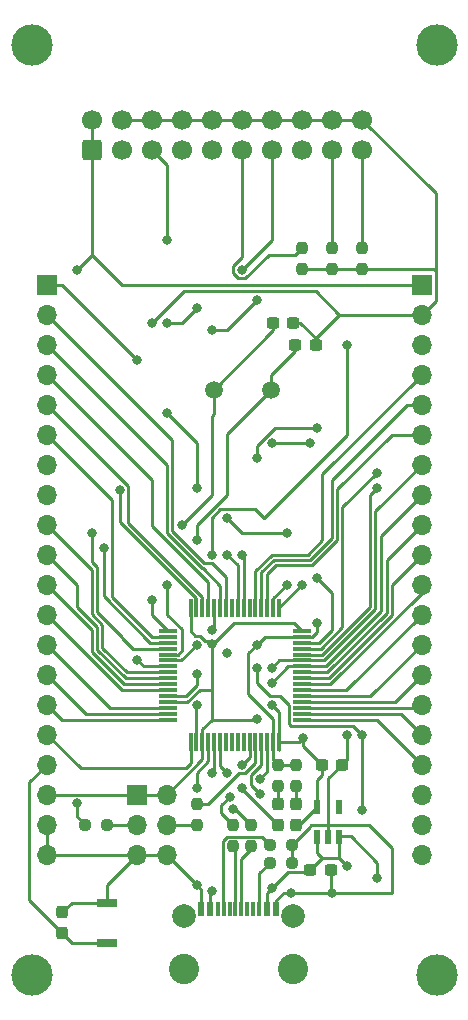
<source format=gbr>
%TF.GenerationSoftware,KiCad,Pcbnew,7.0.7*%
%TF.CreationDate,2023-10-13T19:36:10+09:00*%
%TF.ProjectId,STM32F103_dev_board,53544d33-3246-4313-9033-5f6465765f62,1.1.0*%
%TF.SameCoordinates,Original*%
%TF.FileFunction,Copper,L1,Top*%
%TF.FilePolarity,Positive*%
%FSLAX46Y46*%
G04 Gerber Fmt 4.6, Leading zero omitted, Abs format (unit mm)*
G04 Created by KiCad (PCBNEW 7.0.7) date 2023-10-13 19:36:10*
%MOMM*%
%LPD*%
G01*
G04 APERTURE LIST*
G04 Aperture macros list*
%AMRoundRect*
0 Rectangle with rounded corners*
0 $1 Rounding radius*
0 $2 $3 $4 $5 $6 $7 $8 $9 X,Y pos of 4 corners*
0 Add a 4 corners polygon primitive as box body*
4,1,4,$2,$3,$4,$5,$6,$7,$8,$9,$2,$3,0*
0 Add four circle primitives for the rounded corners*
1,1,$1+$1,$2,$3*
1,1,$1+$1,$4,$5*
1,1,$1+$1,$6,$7*
1,1,$1+$1,$8,$9*
0 Add four rect primitives between the rounded corners*
20,1,$1+$1,$2,$3,$4,$5,0*
20,1,$1+$1,$4,$5,$6,$7,0*
20,1,$1+$1,$6,$7,$8,$9,0*
20,1,$1+$1,$8,$9,$2,$3,0*%
G04 Aperture macros list end*
%TA.AperFunction,SMDPad,CuDef*%
%ADD10RoundRect,0.237500X0.300000X0.237500X-0.300000X0.237500X-0.300000X-0.237500X0.300000X-0.237500X0*%
%TD*%
%TA.AperFunction,SMDPad,CuDef*%
%ADD11RoundRect,0.237500X-0.237500X0.250000X-0.237500X-0.250000X0.237500X-0.250000X0.237500X0.250000X0*%
%TD*%
%TA.AperFunction,SMDPad,CuDef*%
%ADD12R,1.700000X0.800000*%
%TD*%
%TA.AperFunction,SMDPad,CuDef*%
%ADD13RoundRect,0.237500X-0.237500X0.287500X-0.237500X-0.287500X0.237500X-0.287500X0.237500X0.287500X0*%
%TD*%
%TA.AperFunction,ComponentPad*%
%ADD14C,3.500000*%
%TD*%
%TA.AperFunction,SMDPad,CuDef*%
%ADD15RoundRect,0.237500X0.237500X-0.300000X0.237500X0.300000X-0.237500X0.300000X-0.237500X-0.300000X0*%
%TD*%
%TA.AperFunction,SMDPad,CuDef*%
%ADD16R,0.600000X1.250000*%
%TD*%
%TA.AperFunction,SMDPad,CuDef*%
%ADD17R,0.300000X1.250000*%
%TD*%
%TA.AperFunction,ComponentPad*%
%ADD18C,2.000000*%
%TD*%
%TA.AperFunction,ComponentPad*%
%ADD19C,2.565000*%
%TD*%
%TA.AperFunction,SMDPad,CuDef*%
%ADD20RoundRect,0.237500X0.250000X0.237500X-0.250000X0.237500X-0.250000X-0.237500X0.250000X-0.237500X0*%
%TD*%
%TA.AperFunction,ComponentPad*%
%ADD21R,1.700000X1.700000*%
%TD*%
%TA.AperFunction,ComponentPad*%
%ADD22O,1.700000X1.700000*%
%TD*%
%TA.AperFunction,SMDPad,CuDef*%
%ADD23RoundRect,0.075000X-0.700000X-0.075000X0.700000X-0.075000X0.700000X0.075000X-0.700000X0.075000X0*%
%TD*%
%TA.AperFunction,SMDPad,CuDef*%
%ADD24RoundRect,0.075000X-0.075000X-0.700000X0.075000X-0.700000X0.075000X0.700000X-0.075000X0.700000X0*%
%TD*%
%TA.AperFunction,ComponentPad*%
%ADD25RoundRect,0.250000X0.600000X-0.600000X0.600000X0.600000X-0.600000X0.600000X-0.600000X-0.600000X0*%
%TD*%
%TA.AperFunction,ComponentPad*%
%ADD26C,1.700000*%
%TD*%
%TA.AperFunction,SMDPad,CuDef*%
%ADD27RoundRect,0.237500X0.237500X-0.250000X0.237500X0.250000X-0.237500X0.250000X-0.237500X-0.250000X0*%
%TD*%
%TA.AperFunction,SMDPad,CuDef*%
%ADD28R,0.600000X1.200000*%
%TD*%
%TA.AperFunction,ComponentPad*%
%ADD29C,1.500000*%
%TD*%
%TA.AperFunction,ViaPad*%
%ADD30C,0.800000*%
%TD*%
%TA.AperFunction,Conductor*%
%ADD31C,0.250000*%
%TD*%
%TA.AperFunction,Conductor*%
%ADD32C,0.000000*%
%TD*%
G04 APERTURE END LIST*
D10*
%TO.P,C4,1*%
%TO.N,/GND*%
X153582500Y-130120000D03*
%TO.P,C4,2*%
%TO.N,/5V*%
X151857500Y-130120000D03*
%TD*%
D11*
%TO.P,R6,1*%
%TO.N,/GND*%
X150622000Y-121261500D03*
%TO.P,R6,2*%
%TO.N,Net-(D1-K)*%
X150622000Y-123086500D03*
%TD*%
D12*
%TO.P,S1,1*%
%TO.N,/GND*%
X134620000Y-132920000D03*
%TO.P,S1,2*%
%TO.N,/RESET*%
X134620000Y-136320000D03*
%TD*%
D10*
%TO.P,C3,1*%
%TO.N,/GND*%
X152312500Y-85670000D03*
%TO.P,C3,2*%
%TO.N,/OSC_OUT*%
X150587500Y-85670000D03*
%TD*%
D11*
%TO.P,R12,1*%
%TO.N,/GND*%
X149098000Y-121261500D03*
%TO.P,R12,2*%
%TO.N,Net-(D2-K)*%
X149098000Y-123086500D03*
%TD*%
D13*
%TO.P,D1,1,K*%
%TO.N,Net-(D1-K)*%
X150622000Y-124601000D03*
%TO.P,D1,2,A*%
%TO.N,/RESET*%
X150622000Y-126351000D03*
%TD*%
D14*
%TO.P,REF\u002A\u002A,1*%
%TO.N,/GND*%
X162560000Y-60270000D03*
%TD*%
D11*
%TO.P,R5,1*%
%TO.N,/BOOT1*%
X142240000Y-124563500D03*
%TO.P,R5,2*%
%TO.N,Net-(J4-Pin_4)*%
X142240000Y-126388500D03*
%TD*%
D15*
%TO.P,C10,1*%
%TO.N,/RESET*%
X130810000Y-135482500D03*
%TO.P,C10,2*%
%TO.N,/GND*%
X130810000Y-133757500D03*
%TD*%
D16*
%TO.P,J6,A1,GND_1*%
%TO.N,/GND*%
X142558000Y-133482000D03*
%TO.P,J6,A4,VBUS_1*%
%TO.N,/5V*%
X143358000Y-133482000D03*
D17*
%TO.P,J6,A5,CC1*%
%TO.N,Net-(J6-CC1)*%
X144508000Y-133482000D03*
%TO.P,J6,A6,DP1*%
%TO.N,Net-(J6-DP1)*%
X145508000Y-133482000D03*
%TO.P,J6,A7,DN1*%
%TO.N,Net-(J6-DN1)*%
X146008000Y-133482000D03*
%TO.P,J6,A8,SBU1*%
%TO.N,unconnected-(J6-SBU1-PadA8)*%
X147008000Y-133482000D03*
D16*
%TO.P,J6,A9,VBUS_2*%
%TO.N,/5V*%
X148158000Y-133482000D03*
%TO.P,J6,A12,GND_2*%
%TO.N,/GND*%
X148958000Y-133482000D03*
D17*
%TO.P,J6,B5,CC2*%
%TO.N,Net-(J6-CC2)*%
X147508000Y-133482000D03*
%TO.P,J6,B6,DP2*%
%TO.N,unconnected-(J6-DP2-PadB6)*%
X146508000Y-133482000D03*
%TO.P,J6,B7,DN2*%
%TO.N,unconnected-(J6-DN2-PadB7)*%
X145008000Y-133482000D03*
%TO.P,J6,B8,SBU2*%
%TO.N,unconnected-(J6-SBU2-PadB8)*%
X144008000Y-133482000D03*
D18*
%TO.P,J6,MH3,MH3*%
%TO.N,/GND*%
X141148000Y-134057000D03*
%TO.P,J6,MH4,MH4*%
X150368000Y-134057000D03*
D19*
%TO.P,J6,MH5,MH5*%
X141148000Y-138557000D03*
%TO.P,J6,MH6,MH6*%
X150368000Y-138557000D03*
%TD*%
D14*
%TO.P,REF\u002A\u002A,1*%
%TO.N,/GND*%
X128285913Y-139053348D03*
%TD*%
%TO.P,REF\u002A\u002A,1*%
%TO.N,/GND*%
X128270000Y-60270000D03*
%TD*%
D20*
%TO.P,R1,1*%
%TO.N,/GND*%
X150264500Y-129540000D03*
%TO.P,R1,2*%
%TO.N,Net-(J6-CC2)*%
X148439500Y-129540000D03*
%TD*%
D13*
%TO.P,D2,1,K*%
%TO.N,Net-(D2-K)*%
X149098000Y-124601000D03*
%TO.P,D2,2,A*%
%TO.N,/PA4*%
X149098000Y-126351000D03*
%TD*%
D21*
%TO.P,J4,1,Pin_1*%
%TO.N,/RESET*%
X137155000Y-123785000D03*
D22*
%TO.P,J4,2,Pin_2*%
X139695000Y-123785000D03*
%TO.P,J4,3,Pin_3*%
%TO.N,Net-(J4-Pin_3)*%
X137155000Y-126325000D03*
%TO.P,J4,4,Pin_4*%
%TO.N,Net-(J4-Pin_4)*%
X139695000Y-126325000D03*
%TO.P,J4,5,Pin_5*%
%TO.N,/GND*%
X137155000Y-128865000D03*
%TO.P,J4,6,Pin_6*%
X139695000Y-128865000D03*
%TD*%
D20*
%TO.P,R4,1*%
%TO.N,Net-(J4-Pin_3)*%
X134607500Y-126310000D03*
%TO.P,R4,2*%
%TO.N,/BOOT0*%
X132782500Y-126310000D03*
%TD*%
D23*
%TO.P,U1,1,VBAT*%
%TO.N,/VBAT*%
X139780000Y-109920000D03*
%TO.P,U1,2,PC13*%
%TO.N,/PC13*%
X139780000Y-110420000D03*
%TO.P,U1,3,PC14*%
%TO.N,/OSC32_IN*%
X139780000Y-110920000D03*
%TO.P,U1,4,PC15*%
%TO.N,/OSC32_OUT*%
X139780000Y-111420000D03*
%TO.P,U1,5,PD0*%
%TO.N,/OSC_IN*%
X139780000Y-111920000D03*
%TO.P,U1,6,PD1*%
%TO.N,/OSC_OUT*%
X139780000Y-112420000D03*
%TO.P,U1,7,NRST*%
%TO.N,/RESET*%
X139780000Y-112920000D03*
%TO.P,U1,8,PC0*%
%TO.N,/PC0*%
X139780000Y-113420000D03*
%TO.P,U1,9,PC1*%
%TO.N,/PC1*%
X139780000Y-113920000D03*
%TO.P,U1,10,PC2*%
%TO.N,/PC2*%
X139780000Y-114420000D03*
%TO.P,U1,11,PC3*%
%TO.N,/PC3*%
X139780000Y-114920000D03*
%TO.P,U1,12,VSSA*%
%TO.N,/GND*%
X139780000Y-115420000D03*
%TO.P,U1,13,VDDA*%
%TO.N,/RESET*%
X139780000Y-115920000D03*
%TO.P,U1,14,PA0*%
%TO.N,/PA0*%
X139780000Y-116420000D03*
%TO.P,U1,15,PA1*%
%TO.N,/PA1*%
X139780000Y-116920000D03*
%TO.P,U1,16,PA2*%
%TO.N,/PA2*%
X139780000Y-117420000D03*
D24*
%TO.P,U1,17,PA3*%
%TO.N,/PA3*%
X141705000Y-119345000D03*
%TO.P,U1,18,VSS*%
%TO.N,/GND*%
X142205000Y-119345000D03*
%TO.P,U1,19,VDD*%
%TO.N,/RESET*%
X142705000Y-119345000D03*
%TO.P,U1,20,PA4*%
%TO.N,/PA4*%
X143205000Y-119345000D03*
%TO.P,U1,21,PA5*%
%TO.N,/PA5*%
X143705000Y-119345000D03*
%TO.P,U1,22,PA6*%
%TO.N,/PA6*%
X144205000Y-119345000D03*
%TO.P,U1,23,PA7*%
%TO.N,/PA7*%
X144705000Y-119345000D03*
%TO.P,U1,24,PC4*%
%TO.N,/PC4*%
X145205000Y-119345000D03*
%TO.P,U1,25,PC5*%
%TO.N,/PC5*%
X145705000Y-119345000D03*
%TO.P,U1,26,PB0*%
%TO.N,/PB0*%
X146205000Y-119345000D03*
%TO.P,U1,27,PB1*%
%TO.N,/PB1*%
X146705000Y-119345000D03*
%TO.P,U1,28,PB2*%
%TO.N,/BOOT1*%
X147205000Y-119345000D03*
%TO.P,U1,29,PB10*%
%TO.N,/PB10*%
X147705000Y-119345000D03*
%TO.P,U1,30,PB11*%
%TO.N,/PB11*%
X148205000Y-119345000D03*
%TO.P,U1,31,VSS*%
%TO.N,/GND*%
X148705000Y-119345000D03*
%TO.P,U1,32,VDD*%
%TO.N,/RESET*%
X149205000Y-119345000D03*
D23*
%TO.P,U1,33,PB12*%
%TO.N,/PB12*%
X151130000Y-117420000D03*
%TO.P,U1,34,PB13*%
%TO.N,/PB13*%
X151130000Y-116920000D03*
%TO.P,U1,35,PB14*%
%TO.N,/PB14*%
X151130000Y-116420000D03*
%TO.P,U1,36,PB15*%
%TO.N,/PB15*%
X151130000Y-115920000D03*
%TO.P,U1,37,PC6*%
%TO.N,/PC6*%
X151130000Y-115420000D03*
%TO.P,U1,38,PC7*%
%TO.N,/PC7*%
X151130000Y-114920000D03*
%TO.P,U1,39,PC8*%
%TO.N,/PC8*%
X151130000Y-114420000D03*
%TO.P,U1,40,PC9*%
%TO.N,/PC9*%
X151130000Y-113920000D03*
%TO.P,U1,41,PA8*%
%TO.N,/PA8*%
X151130000Y-113420000D03*
%TO.P,U1,42,PA9*%
%TO.N,/PA9{slash}USART1_TX*%
X151130000Y-112920000D03*
%TO.P,U1,43,PA10*%
%TO.N,/PA10{slash}USART1_RX*%
X151130000Y-112420000D03*
%TO.P,U1,44,PA11*%
%TO.N,/PA11*%
X151130000Y-111920000D03*
%TO.P,U1,45,PA12*%
%TO.N,/PA12*%
X151130000Y-111420000D03*
%TO.P,U1,46,PA13*%
%TO.N,/JTMS{slash}SWDIO*%
X151130000Y-110920000D03*
%TO.P,U1,47,VSS*%
%TO.N,/GND*%
X151130000Y-110420000D03*
%TO.P,U1,48,VDD*%
%TO.N,/RESET*%
X151130000Y-109920000D03*
D24*
%TO.P,U1,49,PA14*%
%TO.N,/JTCK{slash}SWCLK*%
X149205000Y-107995000D03*
%TO.P,U1,50,PA15*%
%TO.N,/JTDI*%
X148705000Y-107995000D03*
%TO.P,U1,51,PC10*%
%TO.N,/PC10*%
X148205000Y-107995000D03*
%TO.P,U1,52,PC11*%
%TO.N,/PC11*%
X147705000Y-107995000D03*
%TO.P,U1,53,PC12*%
%TO.N,/PC12*%
X147205000Y-107995000D03*
%TO.P,U1,54,PD2*%
%TO.N,unconnected-(U1-PD2-Pad54)*%
X146705000Y-107995000D03*
%TO.P,U1,55,PB3*%
%TO.N,/JTDO*%
X146205000Y-107995000D03*
%TO.P,U1,56,PB4*%
%TO.N,/JNTRST*%
X145705000Y-107995000D03*
%TO.P,U1,57,PB5*%
%TO.N,/PB5*%
X145205000Y-107995000D03*
%TO.P,U1,58,PB6*%
%TO.N,/PB6*%
X144705000Y-107995000D03*
%TO.P,U1,59,PB7*%
%TO.N,/PB7*%
X144205000Y-107995000D03*
%TO.P,U1,60,BOOT0*%
%TO.N,/BOOT0*%
X143705000Y-107995000D03*
%TO.P,U1,61,PB8*%
%TO.N,/PB8*%
X143205000Y-107995000D03*
%TO.P,U1,62,PB9*%
%TO.N,/PB9*%
X142705000Y-107995000D03*
%TO.P,U1,63,VSS*%
%TO.N,/GND*%
X142205000Y-107995000D03*
%TO.P,U1,64,VDD*%
%TO.N,/RESET*%
X141705000Y-107995000D03*
%TD*%
D25*
%TO.P,J1,1,VTREF*%
%TO.N,/RESET*%
X133350000Y-69160000D03*
D26*
%TO.P,J1,2,VCC/NC*%
X133350000Y-66620000D03*
%TO.P,J1,3,~{TRST}*%
%TO.N,/JNTRST*%
X135890000Y-69160000D03*
%TO.P,J1,4,GND*%
%TO.N,/GND*%
X135890000Y-66620000D03*
%TO.P,J1,5,TDI*%
%TO.N,/JTDI*%
X138430000Y-69160000D03*
%TO.P,J1,6,GND*%
%TO.N,/GND*%
X138430000Y-66620000D03*
%TO.P,J1,7,TMS/SWDIO*%
%TO.N,/JTMS{slash}SWDIO*%
X140970000Y-69160000D03*
%TO.P,J1,8,GND*%
%TO.N,/GND*%
X140970000Y-66620000D03*
%TO.P,J1,9,TCK/SWDCLK*%
%TO.N,/JTCK{slash}SWCLK*%
X143510000Y-69160000D03*
%TO.P,J1,10,GND*%
%TO.N,/GND*%
X143510000Y-66620000D03*
%TO.P,J1,11,RTCK*%
%TO.N,Net-(J1-RTCK)*%
X146050000Y-69160000D03*
%TO.P,J1,12,GND*%
%TO.N,/GND*%
X146050000Y-66620000D03*
%TO.P,J1,13,TDO/SWO*%
%TO.N,/JTDO*%
X148590000Y-69160000D03*
%TO.P,J1,14,GND*%
%TO.N,/GND*%
X148590000Y-66620000D03*
%TO.P,J1,15,~{SRST}*%
%TO.N,/RESET*%
X151130000Y-69160000D03*
%TO.P,J1,16,GND*%
%TO.N,/GND*%
X151130000Y-66620000D03*
%TO.P,J1,17,DBGRQ/NC*%
%TO.N,Net-(J1-DBGRQ{slash}NC)*%
X153670000Y-69160000D03*
%TO.P,J1,18,GND*%
%TO.N,/GND*%
X153670000Y-66620000D03*
%TO.P,J1,19,DBGACK/NC*%
%TO.N,Net-(J1-DBGACK{slash}NC)*%
X156210000Y-69160000D03*
%TO.P,J1,20,GND*%
%TO.N,/GND*%
X156210000Y-66620000D03*
%TD*%
D27*
%TO.P,R7,1*%
%TO.N,Net-(J6-DN1)*%
X146812000Y-128166500D03*
%TO.P,R7,2*%
%TO.N,/USBDM*%
X146812000Y-126341500D03*
%TD*%
D10*
%TO.P,C6,1*%
%TO.N,/GND*%
X154532500Y-121230000D03*
%TO.P,C6,2*%
%TO.N,/RESET*%
X152807500Y-121230000D03*
%TD*%
%TO.P,C2,1*%
%TO.N,/GND*%
X150402500Y-83820000D03*
%TO.P,C2,2*%
%TO.N,/OSC_IN*%
X148677500Y-83820000D03*
%TD*%
D11*
%TO.P,R10,1*%
%TO.N,Net-(J1-RTCK)*%
X151130000Y-77482500D03*
%TO.P,R10,2*%
%TO.N,/GND*%
X151130000Y-79307500D03*
%TD*%
D21*
%TO.P,J3,1,Pin_1*%
%TO.N,/RESET*%
X161290000Y-80590000D03*
D22*
%TO.P,J3,2,Pin_2*%
%TO.N,/GND*%
X161290000Y-83130000D03*
%TO.P,J3,3,Pin_3*%
%TO.N,/5V*%
X161290000Y-85670000D03*
%TO.P,J3,4,Pin_4*%
%TO.N,/PC12*%
X161290000Y-88210000D03*
%TO.P,J3,5,Pin_5*%
%TO.N,/PC11*%
X161290000Y-90750000D03*
%TO.P,J3,6,Pin_6*%
%TO.N,/PC10*%
X161290000Y-93290000D03*
%TO.P,J3,7,Pin_7*%
%TO.N,/PA10{slash}USART1_RX*%
X161290000Y-95830000D03*
%TO.P,J3,8,Pin_8*%
%TO.N,/PA9{slash}USART1_TX*%
X161290000Y-98370000D03*
%TO.P,J3,9,Pin_9*%
%TO.N,/PA8*%
X161290000Y-100910000D03*
%TO.P,J3,10,Pin_10*%
%TO.N,/PC9*%
X161290000Y-103450000D03*
%TO.P,J3,11,Pin_11*%
%TO.N,/PC8*%
X161290000Y-105990000D03*
%TO.P,J3,12,Pin_12*%
%TO.N,/PC7*%
X161290000Y-108530000D03*
%TO.P,J3,13,Pin_13*%
%TO.N,/PC6*%
X161290000Y-111070000D03*
%TO.P,J3,14,Pin_14*%
%TO.N,/PB15*%
X161290000Y-113610000D03*
%TO.P,J3,15,Pin_15*%
%TO.N,/PB14*%
X161290000Y-116150000D03*
%TO.P,J3,16,Pin_16*%
%TO.N,/PB13*%
X161290000Y-118690000D03*
%TO.P,J3,17,Pin_17*%
%TO.N,/PB12*%
X161290000Y-121230000D03*
%TO.P,J3,18,Pin_18*%
%TO.N,/PB11*%
X161290000Y-123770000D03*
%TO.P,J3,19,Pin_19*%
%TO.N,/PB10*%
X161290000Y-126310000D03*
%TO.P,J3,20,Pin_20*%
%TO.N,/PB1*%
X161290000Y-128850000D03*
%TD*%
D14*
%TO.P,REF\u002A\u002A,1*%
%TO.N,/GND*%
X162560000Y-139010000D03*
%TD*%
D11*
%TO.P,R9,1*%
%TO.N,Net-(J1-DBGACK{slash}NC)*%
X156210000Y-77482500D03*
%TO.P,R9,2*%
%TO.N,/GND*%
X156210000Y-79307500D03*
%TD*%
D28*
%TO.P,IC1,1,IN*%
%TO.N,/5V*%
X152405000Y-127341000D03*
%TO.P,IC1,2,GND*%
%TO.N,/GND*%
X153355000Y-127341000D03*
%TO.P,IC1,3,EN*%
%TO.N,/5V*%
X154305000Y-127341000D03*
%TO.P,IC1,4,NC*%
%TO.N,unconnected-(IC1-NC-Pad4)*%
X154305000Y-124841000D03*
%TO.P,IC1,5,OUT*%
%TO.N,/RESET*%
X152405000Y-124841000D03*
%TD*%
D11*
%TO.P,R11,1*%
%TO.N,Net-(J1-DBGRQ{slash}NC)*%
X153670000Y-77482500D03*
%TO.P,R11,2*%
%TO.N,/GND*%
X153670000Y-79307500D03*
%TD*%
D27*
%TO.P,R3,1*%
%TO.N,Net-(J6-DP1)*%
X145288000Y-128166500D03*
%TO.P,R3,2*%
%TO.N,/USBDP*%
X145288000Y-126341500D03*
%TD*%
D29*
%TO.P,Y1,1,1*%
%TO.N,/OSC_OUT*%
X148550000Y-89480000D03*
%TO.P,Y1,2,2*%
%TO.N,/OSC_IN*%
X143670000Y-89480000D03*
%TD*%
D20*
%TO.P,R2,1*%
%TO.N,/GND*%
X150264500Y-128016000D03*
%TO.P,R2,2*%
%TO.N,Net-(J6-CC1)*%
X148439500Y-128016000D03*
%TD*%
D21*
%TO.P,J2,1,Pin_1*%
%TO.N,/VBAT*%
X129540000Y-80590000D03*
D22*
%TO.P,J2,2,Pin_2*%
%TO.N,/PB6*%
X129540000Y-83130000D03*
%TO.P,J2,3,Pin_3*%
%TO.N,/PB7*%
X129540000Y-85670000D03*
%TO.P,J2,4,Pin_4*%
%TO.N,/PB8*%
X129540000Y-88210000D03*
%TO.P,J2,5,Pin_5*%
%TO.N,/PB9*%
X129540000Y-90750000D03*
%TO.P,J2,6,Pin_6*%
%TO.N,/PC13*%
X129540000Y-93290000D03*
%TO.P,J2,7,Pin_7*%
%TO.N,/PA5*%
X129540000Y-95830000D03*
%TO.P,J2,8,Pin_8*%
%TO.N,/PA6*%
X129540000Y-98370000D03*
%TO.P,J2,9,Pin_9*%
%TO.N,/PC0*%
X129540000Y-100910000D03*
%TO.P,J2,10,Pin_10*%
%TO.N,/PC1*%
X129540000Y-103450000D03*
%TO.P,J2,11,Pin_11*%
%TO.N,/PC2*%
X129540000Y-105990000D03*
%TO.P,J2,12,Pin_12*%
%TO.N,/PC3*%
X129540000Y-108530000D03*
%TO.P,J2,13,Pin_13*%
%TO.N,/PA0*%
X129540000Y-111070000D03*
%TO.P,J2,14,Pin_14*%
%TO.N,/PA1*%
X129540000Y-113610000D03*
%TO.P,J2,15,Pin_15*%
%TO.N,/PA2*%
X129540000Y-116150000D03*
%TO.P,J2,16,Pin_16*%
%TO.N,/PA3*%
X129540000Y-118690000D03*
%TO.P,J2,17,Pin_17*%
%TO.N,/RESET*%
X129540000Y-121230000D03*
%TO.P,J2,18,Pin_18*%
X129540000Y-123770000D03*
%TO.P,J2,19,Pin_19*%
%TO.N,/GND*%
X129540000Y-126310000D03*
%TO.P,J2,20,Pin_20*%
X129540000Y-128850000D03*
%TD*%
D30*
%TO.N,/GND*%
X142240000Y-131445000D03*
X142240000Y-116150000D03*
X147320000Y-111070000D03*
X142218369Y-113562009D03*
X154940000Y-118690000D03*
X150241000Y-132080000D03*
X153670000Y-132080000D03*
X152400000Y-109220000D03*
X135722701Y-97957299D03*
X138430000Y-83820000D03*
%TO.N,/OSC_IN*%
X139700000Y-105990000D03*
X140970000Y-100910000D03*
%TO.N,/OSC_OUT*%
X142240000Y-102180000D03*
X142240000Y-111070000D03*
%TO.N,/5V*%
X143510000Y-131953000D03*
X156210000Y-118690000D03*
X156210000Y-125040000D03*
X147320000Y-113030000D03*
X157480000Y-130810000D03*
X154935701Y-129789701D03*
X148590000Y-131699000D03*
%TO.N,/JNTRST*%
X144780000Y-103450000D03*
%TO.N,/JTDI*%
X139700000Y-76780000D03*
X149860000Y-105990000D03*
%TO.N,/JTMS{slash}SWDIO*%
X148590000Y-93980000D03*
X152400000Y-105410000D03*
X151854500Y-93980000D03*
%TO.N,/JTCK{slash}SWCLK*%
X151130000Y-105990000D03*
%TO.N,/JTDO*%
X143510000Y-84400000D03*
X146050000Y-79320000D03*
X146050000Y-103450000D03*
X147320000Y-81860000D03*
%TO.N,/VBAT*%
X137160000Y-86940000D03*
X138430000Y-107260000D03*
%TO.N,/PB10*%
X147574000Y-123698000D03*
%TO.N,/PB11*%
X147574000Y-122428000D03*
%TO.N,/RESET*%
X148590000Y-116150000D03*
X143510000Y-103450000D03*
X137160000Y-112340000D03*
X147320000Y-117348000D03*
X144824341Y-111791705D03*
X151257000Y-118999000D03*
X154940000Y-85670000D03*
X132080000Y-79320000D03*
X143510000Y-110998000D03*
%TO.N,/PA4*%
X142240000Y-123190000D03*
X146050000Y-123190000D03*
%TO.N,/PA5*%
X143510000Y-121920000D03*
%TO.N,/PA6*%
X144780000Y-121920000D03*
%TO.N,/PA10{slash}USART1_RX*%
X148590000Y-113030000D03*
%TO.N,/PB1*%
X146050000Y-121230000D03*
%TO.N,/BOOT0*%
X143510000Y-109800000D03*
X132080000Y-124509500D03*
%TO.N,/USBDM*%
X145288000Y-124968000D03*
%TO.N,/USBDP*%
X145034549Y-123952549D03*
%TO.N,/OSC32_IN*%
X147320000Y-95250000D03*
X142240000Y-82550000D03*
X139700000Y-83820000D03*
X152400000Y-92710000D03*
X134345500Y-102870000D03*
%TO.N,/OSC32_OUT*%
X149860000Y-101600000D03*
X139700000Y-91440000D03*
X142240000Y-97790000D03*
X133350000Y-101600000D03*
X144780000Y-100330000D03*
%TO.N,/PA9{slash}USART1_TX*%
X148590000Y-114300000D03*
%TO.N,/PA11*%
X157480000Y-97790000D03*
%TO.N,/PA12*%
X157480000Y-96520000D03*
%TD*%
D31*
%TO.N,/GND*%
X142205000Y-119345000D02*
X142205000Y-118110000D01*
X151780000Y-126513495D02*
X150277495Y-128016000D01*
X162465000Y-81955000D02*
X162465000Y-79320000D01*
X156790000Y-126310000D02*
X153416000Y-126310000D01*
X142621000Y-133419000D02*
X142558000Y-133482000D01*
X148705000Y-120868500D02*
X148705000Y-119345000D01*
X142218369Y-113562009D02*
X142218369Y-114509930D01*
X142205000Y-107154315D02*
X142205000Y-107995000D01*
X154940000Y-120822500D02*
X154532500Y-121230000D01*
X151130000Y-79307500D02*
X153670000Y-79307500D01*
X156210000Y-79307500D02*
X153670000Y-79307500D01*
X142218369Y-114509930D02*
X141308299Y-115420000D01*
X148958000Y-132728000D02*
X148958000Y-133482000D01*
X153416000Y-126310000D02*
X153350000Y-126310000D01*
X153350000Y-126310000D02*
X153350000Y-127315000D01*
X150277495Y-128016000D02*
X150264500Y-128016000D01*
X142240000Y-131445000D02*
X142240000Y-131410000D01*
X153582500Y-130120000D02*
X153582500Y-131992500D01*
X142205000Y-116185000D02*
X142240000Y-116150000D01*
X151970685Y-110420000D02*
X152400000Y-109990685D01*
X151780000Y-126416000D02*
X151780000Y-126513495D01*
X153350000Y-126310000D02*
X153350000Y-122412500D01*
X153670000Y-132080000D02*
X158750000Y-132080000D01*
X153416000Y-126310000D02*
X151886000Y-126310000D01*
X161290000Y-83130000D02*
X162465000Y-81955000D01*
X151886000Y-126310000D02*
X151780000Y-126416000D01*
X131647500Y-132920000D02*
X134620000Y-132920000D01*
X129540000Y-128850000D02*
X129540000Y-126310000D01*
X158750000Y-132080000D02*
X158750000Y-128270000D01*
X162465000Y-79415000D02*
X162465000Y-79320000D01*
X151130000Y-110420000D02*
X151970685Y-110420000D01*
X153582500Y-131992500D02*
X153670000Y-132080000D01*
X150241000Y-132080000D02*
X149606000Y-132080000D01*
X152312500Y-85127500D02*
X152312500Y-85670000D01*
X154940000Y-118690000D02*
X154940000Y-120822500D01*
X142240000Y-131445000D02*
X142621000Y-131826000D01*
X154310000Y-83130000D02*
X152312500Y-85127500D01*
X142240000Y-131410000D02*
X139695000Y-128865000D01*
X138430000Y-83820000D02*
X141115000Y-81135000D01*
X134620000Y-131400000D02*
X137155000Y-128865000D01*
X151005000Y-83820000D02*
X152312500Y-85127500D01*
X137160000Y-128870000D02*
X137155000Y-128865000D01*
X149098000Y-121261500D02*
X150622000Y-121261500D01*
X156210000Y-79307500D02*
X162357500Y-79307500D01*
X150241000Y-132080000D02*
X153670000Y-132080000D01*
X139695000Y-128865000D02*
X137155000Y-128865000D01*
X148705000Y-117384658D02*
X146595000Y-115274658D01*
X135722701Y-100672016D02*
X142205000Y-107154315D01*
X156210000Y-66620000D02*
X162465000Y-72875000D01*
X161290000Y-83130000D02*
X154310000Y-83130000D01*
X135722701Y-97957299D02*
X135722701Y-100672016D01*
X146595000Y-111795000D02*
X147320000Y-111070000D01*
X152315000Y-81135000D02*
X154310000Y-83130000D01*
X150264500Y-128016000D02*
X150264500Y-129540000D01*
X142621000Y-131826000D02*
X142621000Y-133419000D01*
X148705000Y-119345000D02*
X148705000Y-117384658D01*
X150402500Y-83820000D02*
X151005000Y-83820000D01*
X142205000Y-119345000D02*
X142205000Y-118504315D01*
X146595000Y-115274658D02*
X146595000Y-111795000D01*
X141308299Y-115420000D02*
X139780000Y-115420000D01*
X149606000Y-132080000D02*
X148958000Y-132728000D01*
X130810000Y-133757500D02*
X131647500Y-132920000D01*
X153350000Y-122412500D02*
X154532500Y-121230000D01*
D32*
X128270000Y-60270000D02*
X129540000Y-60270000D01*
D31*
X135890000Y-66620000D02*
X156210000Y-66620000D01*
X162465000Y-72875000D02*
X162465000Y-79320000D01*
X137155000Y-128865000D02*
X129555000Y-128865000D01*
X147970000Y-110420000D02*
X147320000Y-111070000D01*
X150264500Y-129540000D02*
X150484500Y-129320000D01*
X149098000Y-121261500D02*
X148705000Y-120868500D01*
X141115000Y-81135000D02*
X152315000Y-81135000D01*
X151130000Y-110420000D02*
X147970000Y-110420000D01*
X158750000Y-128270000D02*
X156790000Y-126310000D01*
X134620000Y-132920000D02*
X134620000Y-131400000D01*
X152400000Y-109990685D02*
X152400000Y-109220000D01*
X142275000Y-131445000D02*
X142240000Y-131445000D01*
X142205000Y-118110000D02*
X142205000Y-116185000D01*
X129555000Y-128865000D02*
X129540000Y-128850000D01*
X162357500Y-79307500D02*
X162465000Y-79415000D01*
%TO.N,/OSC_IN*%
X143510000Y-91735000D02*
X143510000Y-98370000D01*
X148677500Y-83820000D02*
X148677500Y-84472500D01*
X139700000Y-108530000D02*
X139700000Y-105990000D01*
X148677500Y-84472500D02*
X143670000Y-89480000D01*
X140970000Y-111570685D02*
X140970000Y-109769315D01*
X139730685Y-108530000D02*
X139700000Y-108530000D01*
X143670000Y-91575000D02*
X143510000Y-91735000D01*
X139780000Y-111920000D02*
X140620685Y-111920000D01*
X140970000Y-109769315D02*
X139730685Y-108530000D01*
X143670000Y-89480000D02*
X143670000Y-91575000D01*
X140620685Y-111920000D02*
X140970000Y-111570685D01*
X143510000Y-98370000D02*
X140970000Y-100910000D01*
%TO.N,/OSC_OUT*%
X140890000Y-112420000D02*
X139780000Y-112420000D01*
X150587500Y-86212500D02*
X148550000Y-88250000D01*
X144780000Y-93250000D02*
X148550000Y-89480000D01*
X142240000Y-102180000D02*
X142240000Y-100910000D01*
X148550000Y-89480000D02*
X148550000Y-88250000D01*
X150587500Y-85670000D02*
X150587500Y-86212500D01*
X144780000Y-98370000D02*
X144780000Y-93250000D01*
X142240000Y-100910000D02*
X144780000Y-98370000D01*
X142240000Y-111070000D02*
X140890000Y-112420000D01*
%TO.N,/5V*%
X154305000Y-129159000D02*
X152818500Y-129159000D01*
X150223000Y-117965000D02*
X155485000Y-117965000D01*
X148158000Y-133482000D02*
X148158000Y-132131000D01*
X149949000Y-130340000D02*
X148590000Y-131699000D01*
X152818500Y-129159000D02*
X151857500Y-130120000D01*
X154305000Y-127341000D02*
X154305000Y-129159000D01*
X150030000Y-117772000D02*
X150223000Y-117965000D01*
X157480000Y-130810000D02*
X157480000Y-129540000D01*
X157480000Y-129540000D02*
X155255000Y-127315000D01*
X148445000Y-115425000D02*
X149265305Y-115425000D01*
X155485000Y-117965000D02*
X156210000Y-118690000D01*
X152405000Y-127341000D02*
X152405000Y-128745500D01*
X154305000Y-129159000D02*
X154935701Y-129789701D01*
X147320000Y-114300000D02*
X148445000Y-115425000D01*
X151857500Y-130120000D02*
X151637500Y-130340000D01*
X143358000Y-132105000D02*
X143358000Y-133482000D01*
X156210000Y-118690000D02*
X156210000Y-125040000D01*
X149265305Y-115425000D02*
X150030000Y-116189695D01*
X148158000Y-132131000D02*
X148590000Y-131699000D01*
X155255000Y-127315000D02*
X154300000Y-127315000D01*
X147320000Y-113030000D02*
X147320000Y-114300000D01*
X150030000Y-116189695D02*
X150030000Y-117772000D01*
X152405000Y-128745500D02*
X152818500Y-129159000D01*
X154935701Y-129789701D02*
X154697176Y-129789701D01*
X143510000Y-131953000D02*
X143358000Y-132105000D01*
X151637500Y-130340000D02*
X149949000Y-130340000D01*
%TO.N,Net-(D1-K)*%
X150622000Y-124601000D02*
X150622000Y-123086500D01*
%TO.N,/JNTRST*%
X145705000Y-104375000D02*
X144780000Y-103450000D01*
X145705000Y-107995000D02*
X145705000Y-104375000D01*
%TO.N,/JTDI*%
X148705000Y-107145000D02*
X148705000Y-107995000D01*
X139700000Y-70430000D02*
X138430000Y-69160000D01*
X149860000Y-105990000D02*
X148705000Y-107145000D01*
X139700000Y-76780000D02*
X139700000Y-70430000D01*
%TO.N,/JTMS{slash}SWDIO*%
X152400000Y-105410000D02*
X153670000Y-106680000D01*
X148590000Y-93980000D02*
X151820000Y-93980000D01*
X153670000Y-109845228D02*
X152595228Y-110920000D01*
X152595228Y-110920000D02*
X151130000Y-110920000D01*
X153670000Y-106680000D02*
X153670000Y-109845228D01*
%TO.N,/JTCK{slash}SWCLK*%
X149205000Y-107915000D02*
X151130000Y-105990000D01*
X149205000Y-107995000D02*
X149205000Y-107915000D01*
%TO.N,Net-(J1-RTCK)*%
X145749695Y-80045000D02*
X145325000Y-79620305D01*
X148320305Y-78075000D02*
X146350305Y-80045000D01*
X150537500Y-78075000D02*
X151130000Y-77482500D01*
X146350305Y-80045000D02*
X145749695Y-80045000D01*
X145325000Y-79620305D02*
X145325000Y-79019695D01*
X146050000Y-78294695D02*
X146050000Y-69160000D01*
X145325000Y-79019695D02*
X146050000Y-78294695D01*
X148320305Y-78075000D02*
X150537500Y-78075000D01*
%TO.N,/JTDO*%
X146050000Y-103450000D02*
X146205000Y-103605000D01*
X144780000Y-84400000D02*
X143510000Y-84400000D01*
X148590000Y-76780000D02*
X146050000Y-79320000D01*
X148590000Y-76780000D02*
X148590000Y-69160000D01*
X147320000Y-81860000D02*
X144780000Y-84400000D01*
X146205000Y-103605000D02*
X146205000Y-107995000D01*
%TO.N,Net-(J1-DBGRQ{slash}NC)*%
X153670000Y-77482500D02*
X153670000Y-69160000D01*
%TO.N,Net-(J1-DBGACK{slash}NC)*%
X156210000Y-69160000D02*
X156210000Y-77482500D01*
%TO.N,/VBAT*%
X130810000Y-80590000D02*
X129540000Y-80590000D01*
X138430000Y-107260000D02*
X138430000Y-108570000D01*
X138430000Y-108570000D02*
X139780000Y-109920000D01*
X137160000Y-86940000D02*
X130810000Y-80590000D01*
%TO.N,/PB9*%
X142705000Y-107017919D02*
X142705000Y-107995000D01*
X129540000Y-90750000D02*
X136447701Y-97657701D01*
X136447701Y-97657701D02*
X136447701Y-100760620D01*
X136447701Y-100760620D02*
X142705000Y-107017919D01*
%TO.N,/PB10*%
X147705000Y-121236701D02*
X146849000Y-122092701D01*
X146849000Y-122973000D02*
X147574000Y-123698000D01*
X146849000Y-122092701D02*
X146849000Y-122973000D01*
X147705000Y-119345000D02*
X147705000Y-121236701D01*
%TO.N,/PB11*%
X147574000Y-122428000D02*
X148205000Y-121797000D01*
X148205000Y-121797000D02*
X148205000Y-119345000D01*
%TO.N,/PB12*%
X157480000Y-117420000D02*
X161290000Y-121230000D01*
X151130000Y-117420000D02*
X157480000Y-117420000D01*
%TO.N,/PB13*%
X161290000Y-118690000D02*
X159520000Y-116920000D01*
X159520000Y-116920000D02*
X151130000Y-116920000D01*
%TO.N,/PB14*%
X151130000Y-116420000D02*
X161020000Y-116420000D01*
X161020000Y-116420000D02*
X161290000Y-116150000D01*
%TO.N,/PC0*%
X134250000Y-109427208D02*
X133350000Y-108527208D01*
X136339188Y-113420000D02*
X134250000Y-111330812D01*
X133350000Y-108527208D02*
X133350000Y-104720000D01*
X139780000Y-113420000D02*
X136339188Y-113420000D01*
X134250000Y-111330812D02*
X134250000Y-109427208D01*
X133350000Y-104720000D02*
X129540000Y-100910000D01*
%TO.N,/PC1*%
X133800000Y-111517208D02*
X136227792Y-113945000D01*
X132080000Y-105995584D02*
X132080000Y-107893604D01*
X129540000Y-103450000D02*
X129540000Y-103455584D01*
X136227792Y-113945000D02*
X139755000Y-113945000D01*
X129540000Y-103455584D02*
X132080000Y-105995584D01*
X139755000Y-113945000D02*
X139780000Y-113920000D01*
X133800000Y-109613604D02*
X133800000Y-111517208D01*
X132080000Y-107893604D02*
X133800000Y-109613604D01*
%TO.N,/PC2*%
X133350000Y-109800000D02*
X129540000Y-105990000D01*
X133350000Y-111703604D02*
X133350000Y-109800000D01*
X139780000Y-114420000D02*
X136066396Y-114420000D01*
X136066396Y-114420000D02*
X133350000Y-111703604D01*
%TO.N,/PC3*%
X129540000Y-108530000D02*
X135930000Y-114920000D01*
X135930000Y-114920000D02*
X139780000Y-114920000D01*
%TO.N,/PC10*%
X148205000Y-105107792D02*
X148205000Y-107995000D01*
X152032792Y-104350000D02*
X148962792Y-104350000D01*
X148962792Y-104350000D02*
X148205000Y-105107792D01*
X161290000Y-93290000D02*
X158750000Y-93290000D01*
X158750000Y-93290000D02*
X154120000Y-97920000D01*
X154120000Y-97920000D02*
X154120000Y-102262792D01*
X154120000Y-102262792D02*
X152032792Y-104350000D01*
%TO.N,/PC11*%
X160020000Y-90750000D02*
X161290000Y-90750000D01*
X148776396Y-103900000D02*
X151846396Y-103900000D01*
X153670000Y-97100000D02*
X160020000Y-90750000D01*
X153670000Y-102076396D02*
X153670000Y-97100000D01*
X147705000Y-107995000D02*
X147705000Y-104971396D01*
X147705000Y-104971396D02*
X148776396Y-103900000D01*
X151846396Y-103900000D02*
X153670000Y-102076396D01*
%TO.N,/PC12*%
X152875000Y-102235000D02*
X151660000Y-103450000D01*
X161290000Y-88210000D02*
X152875000Y-96625000D01*
X151660000Y-103450000D02*
X148590000Y-103450000D01*
X148590000Y-103450000D02*
X147205000Y-104835000D01*
X152875000Y-96625000D02*
X152875000Y-102235000D01*
X147205000Y-104835000D02*
X147205000Y-107995000D01*
%TO.N,/RESET*%
X152807500Y-122117500D02*
X152405000Y-122520000D01*
X151257000Y-119679500D02*
X151257000Y-118999000D01*
X133350000Y-69160000D02*
X133350000Y-66620000D01*
X131647500Y-136320000D02*
X134620000Y-136320000D01*
X147248000Y-117420000D02*
X147320000Y-117348000D01*
X150895000Y-126351000D02*
X152405000Y-124841000D01*
X149205000Y-119995000D02*
X149205000Y-119345000D01*
X145360000Y-109220000D02*
X143582000Y-110998000D01*
X147900000Y-100330000D02*
X147175000Y-99605000D01*
X150911000Y-119345000D02*
X151257000Y-118999000D01*
X129555000Y-123785000D02*
X129540000Y-123770000D01*
X142095000Y-110345000D02*
X142540305Y-110345000D01*
X141705000Y-107995000D02*
X141705000Y-109955000D01*
X150622000Y-126351000D02*
X150895000Y-126351000D01*
X152807500Y-121230000D02*
X152807500Y-122117500D01*
X135890000Y-80590000D02*
X133350000Y-78050000D01*
X141444695Y-115920000D02*
X139780000Y-115920000D01*
X128035000Y-122735000D02*
X129540000Y-121230000D01*
X142540305Y-110345000D02*
X142965000Y-110769695D01*
X152807500Y-121230000D02*
X151257000Y-119679500D01*
X143510000Y-117420000D02*
X147248000Y-117420000D01*
X132080000Y-79320000D02*
X133350000Y-78050000D01*
X143510000Y-113030685D02*
X143510000Y-110998000D01*
X143582000Y-110998000D02*
X143510000Y-110998000D01*
X142965000Y-110769695D02*
X143281695Y-110769695D01*
X150430000Y-109220000D02*
X145360000Y-109220000D01*
X143281695Y-110769695D02*
X143510000Y-110998000D01*
X152405000Y-124841000D02*
X152405000Y-122520000D01*
X143510000Y-117420000D02*
X143510000Y-113030685D01*
X142705000Y-120775000D02*
X139695000Y-123785000D01*
X128035000Y-132707500D02*
X128035000Y-122735000D01*
X142705000Y-118225000D02*
X143510000Y-117420000D01*
X130810000Y-135482500D02*
X131647500Y-136320000D01*
X141705000Y-109955000D02*
X142095000Y-110345000D01*
X143510000Y-114880000D02*
X142484695Y-114880000D01*
X139695000Y-123785000D02*
X137155000Y-123785000D01*
X139780000Y-112920000D02*
X137740000Y-112920000D01*
X143510000Y-111070000D02*
X143510000Y-111070000D01*
X142705000Y-119345000D02*
X142705000Y-120775000D01*
X149205000Y-119345000D02*
X149205000Y-116765000D01*
X143510000Y-113030685D02*
X143510000Y-114880000D01*
X144235000Y-99605000D02*
X143510000Y-100330000D01*
X154940000Y-85670000D02*
X154940000Y-93290000D01*
X130810000Y-135482500D02*
X128035000Y-132707500D01*
X154940000Y-93290000D02*
X147900000Y-100330000D01*
X142484695Y-114880000D02*
X141444695Y-115920000D01*
X152340000Y-125100000D02*
X152400000Y-125040000D01*
X137740000Y-112920000D02*
X137160000Y-112340000D01*
X149205000Y-119345000D02*
X150911000Y-119345000D01*
X149205000Y-116765000D02*
X148590000Y-116150000D01*
X132080000Y-79320000D02*
X132080000Y-79320000D01*
X137155000Y-123785000D02*
X129555000Y-123785000D01*
X133350000Y-78050000D02*
X133350000Y-69160000D01*
X151130000Y-109920000D02*
X150430000Y-109220000D01*
X147175000Y-99605000D02*
X144235000Y-99605000D01*
X161290000Y-80590000D02*
X135890000Y-80590000D01*
X142705000Y-119345000D02*
X142705000Y-118225000D01*
X143510000Y-100330000D02*
X143510000Y-103450000D01*
%TO.N,/PA0*%
X139780000Y-116420000D02*
X134890000Y-116420000D01*
X134890000Y-116420000D02*
X129540000Y-111070000D01*
%TO.N,/PA1*%
X132850000Y-116920000D02*
X139780000Y-116920000D01*
X129540000Y-113610000D02*
X132850000Y-116920000D01*
%TO.N,/PA2*%
X130810000Y-117420000D02*
X129540000Y-116150000D01*
X139780000Y-117420000D02*
X130810000Y-117420000D01*
%TO.N,/PA3*%
X141705000Y-121138604D02*
X141291802Y-121551802D01*
X141291802Y-121551802D02*
X132401802Y-121551802D01*
X132401802Y-121551802D02*
X129540000Y-118690000D01*
X141705000Y-119345000D02*
X141705000Y-121138604D01*
%TO.N,/PA4*%
X146050000Y-123190000D02*
X146050000Y-123303000D01*
X146050000Y-123303000D02*
X149098000Y-126351000D01*
X143205000Y-120955000D02*
X143205000Y-119345000D01*
X142240000Y-123190000D02*
X142240000Y-121920000D01*
X142240000Y-121920000D02*
X143205000Y-120955000D01*
%TO.N,/PA5*%
X143705000Y-119345000D02*
X143705000Y-121725000D01*
X143705000Y-121725000D02*
X143510000Y-121920000D01*
%TO.N,/PA6*%
X144205000Y-119345000D02*
X144205000Y-121345000D01*
X144205000Y-121345000D02*
X144780000Y-121920000D01*
%TO.N,/PA8*%
X158300000Y-103900000D02*
X161290000Y-100910000D01*
X151130000Y-113420000D02*
X153277208Y-113420000D01*
X153277208Y-113420000D02*
X158300000Y-108397208D01*
X158300000Y-108397208D02*
X158300000Y-103900000D01*
%TO.N,/PA10{slash}USART1_RX*%
X153029416Y-112395000D02*
X151130000Y-112395000D01*
X161290000Y-95830000D02*
X157345406Y-99774594D01*
X149200000Y-112420000D02*
X148590000Y-113030000D01*
X151130000Y-112420000D02*
X149200000Y-112420000D01*
X157345406Y-108079010D02*
X153029416Y-112395000D01*
X157345406Y-99774594D02*
X157345406Y-108079010D01*
X151130000Y-112395000D02*
X151130000Y-112420000D01*
%TO.N,/PB1*%
X146705000Y-120575000D02*
X146050000Y-121230000D01*
X146705000Y-119345000D02*
X146705000Y-120575000D01*
%TO.N,/PB6*%
X144705000Y-107995000D02*
X144705000Y-105335000D01*
X142858604Y-104175000D02*
X140150000Y-101466396D01*
X143545000Y-104175000D02*
X142858604Y-104175000D01*
X144705000Y-105335000D02*
X143545000Y-104175000D01*
X140150000Y-101466396D02*
X140150000Y-93740000D01*
X140150000Y-93740000D02*
X129540000Y-83130000D01*
%TO.N,/PB7*%
X144205000Y-107995000D02*
X144205000Y-106105000D01*
X142725000Y-104625000D02*
X142672208Y-104625000D01*
X139700000Y-95830000D02*
X129540000Y-85670000D01*
X144205000Y-106105000D02*
X142725000Y-104625000D01*
X139700000Y-101652792D02*
X139700000Y-95830000D01*
X142672208Y-104625000D02*
X139700000Y-101652792D01*
%TO.N,/PB8*%
X129540000Y-88210000D02*
X138430000Y-97100000D01*
X143205000Y-105794188D02*
X143205000Y-107995000D01*
X138430000Y-97100000D02*
X138430000Y-101019188D01*
X138430000Y-101019188D02*
X143205000Y-105794188D01*
%TO.N,Net-(J4-Pin_3)*%
X134607500Y-126310000D02*
X134622500Y-126325000D01*
X134622500Y-126325000D02*
X137155000Y-126325000D01*
%TO.N,Net-(J4-Pin_4)*%
X142240000Y-126388500D02*
X142176500Y-126325000D01*
X139710000Y-126310000D02*
X139695000Y-126325000D01*
X142176500Y-126325000D02*
X139695000Y-126325000D01*
%TO.N,Net-(J6-CC1)*%
X144817505Y-127354000D02*
X144488000Y-127683505D01*
X148439500Y-128016000D02*
X147777500Y-127354000D01*
X147777500Y-127354000D02*
X144817505Y-127354000D01*
X144488000Y-133462000D02*
X144508000Y-133482000D01*
X144488000Y-127683505D02*
X144488000Y-133462000D01*
%TO.N,Net-(J6-DP1)*%
X145288000Y-128166500D02*
X145508000Y-128386500D01*
X145508000Y-128386500D02*
X145508000Y-133482000D01*
%TO.N,Net-(J6-DN1)*%
X146008000Y-129224500D02*
X146008000Y-133482000D01*
X146812000Y-128420500D02*
X146008000Y-129224500D01*
X146812000Y-128166500D02*
X146812000Y-128420500D01*
%TO.N,Net-(J6-CC2)*%
X148397000Y-129540000D02*
X147508000Y-130429000D01*
X148439500Y-129540000D02*
X148397000Y-129540000D01*
X147508000Y-130429000D02*
X147508000Y-133482000D01*
%TO.N,/BOOT0*%
X132080000Y-124509500D02*
X132080000Y-125607500D01*
X143705000Y-109605000D02*
X143510000Y-109800000D01*
X132080000Y-125607500D02*
X132782500Y-126310000D01*
X143705000Y-107995000D02*
X143705000Y-109605000D01*
%TO.N,/BOOT1*%
X147205000Y-121100305D02*
X147205000Y-119345000D01*
X145770305Y-121955000D02*
X146350305Y-121955000D01*
X142240000Y-124563500D02*
X143161805Y-124563500D01*
X146350305Y-121955000D02*
X147205000Y-121100305D01*
X143161805Y-124563500D02*
X145770305Y-121955000D01*
%TO.N,/USBDM*%
X145288000Y-124968000D02*
X145438500Y-124968000D01*
X145438500Y-124968000D02*
X146812000Y-126341500D01*
%TO.N,/USBDP*%
X144320000Y-125373500D02*
X145288000Y-126341500D01*
X144320000Y-124667098D02*
X144320000Y-125373500D01*
X145034549Y-123952549D02*
X144320000Y-124667098D01*
%TO.N,/PC13*%
X138416396Y-110420000D02*
X139780000Y-110420000D01*
X135070000Y-107073604D02*
X138416396Y-110420000D01*
X129540000Y-93290000D02*
X135070000Y-98820000D01*
X135070000Y-98820000D02*
X135070000Y-107073604D01*
%TO.N,/OSC32_IN*%
X134345500Y-106985500D02*
X138280000Y-110920000D01*
X152400000Y-92710000D02*
X148834695Y-92710000D01*
X140970000Y-83820000D02*
X139700000Y-83820000D01*
X134345500Y-102870000D02*
X134345500Y-106985500D01*
X138280000Y-110920000D02*
X139780000Y-110920000D01*
X148834695Y-92710000D02*
X147320000Y-94224695D01*
X147320000Y-94224695D02*
X147320000Y-95250000D01*
X142240000Y-82550000D02*
X140970000Y-83820000D01*
%TO.N,/OSC32_OUT*%
X146050000Y-101600000D02*
X144780000Y-100330000D01*
X139700000Y-91440000D02*
X142240000Y-93980000D01*
X135890000Y-110490000D02*
X135890000Y-110430812D01*
X139780000Y-111420000D02*
X136820000Y-111420000D01*
X136820000Y-111420000D02*
X135890000Y-110490000D01*
X133800000Y-104533604D02*
X133350000Y-104083604D01*
X135890000Y-110430812D02*
X133800000Y-108340812D01*
X133800000Y-108340812D02*
X133800000Y-104533604D01*
X142240000Y-93980000D02*
X142240000Y-97790000D01*
X133350000Y-104083604D02*
X133350000Y-101600000D01*
X149860000Y-101600000D02*
X146050000Y-101600000D01*
%TO.N,/PB15*%
X158980000Y-115920000D02*
X151130000Y-115920000D01*
X161290000Y-113610000D02*
X158980000Y-115920000D01*
%TO.N,/PC6*%
X151130000Y-115420000D02*
X156940000Y-115420000D01*
X156940000Y-115420000D02*
X161290000Y-111070000D01*
%TO.N,/PC7*%
X161290000Y-108530000D02*
X154900000Y-114920000D01*
X154900000Y-114920000D02*
X151130000Y-114920000D01*
%TO.N,/PC8*%
X161290000Y-106680000D02*
X161290000Y-105990000D01*
X151130000Y-114420000D02*
X153550000Y-114420000D01*
X153550000Y-114420000D02*
X161290000Y-106680000D01*
%TO.N,/PC9*%
X161290000Y-103450000D02*
X158750000Y-105990000D01*
X158750000Y-108583604D02*
X153413604Y-113920000D01*
X153413604Y-113920000D02*
X151130000Y-113920000D01*
X158750000Y-105990000D02*
X158750000Y-108583604D01*
%TO.N,Net-(D2-K)*%
X149098000Y-124601000D02*
X149098000Y-123086500D01*
%TO.N,/PA9{slash}USART1_TX*%
X151130000Y-112920000D02*
X149970000Y-112920000D01*
X149970000Y-112920000D02*
X148590000Y-114300000D01*
X157795406Y-101864594D02*
X161290000Y-98370000D01*
X157795406Y-108265406D02*
X157795406Y-101864594D01*
X153140812Y-112920000D02*
X157795406Y-108265406D01*
X151130000Y-112920000D02*
X153140812Y-112920000D01*
%TO.N,/PA11*%
X157480000Y-97790000D02*
X156895406Y-98374594D01*
X156895406Y-98374594D02*
X156895406Y-107892614D01*
X156895406Y-107892614D02*
X152868020Y-111920000D01*
X152868020Y-111920000D02*
X151130000Y-111920000D01*
%TO.N,/PA12*%
X157480000Y-96520000D02*
X154570000Y-99430000D01*
X154570000Y-99430000D02*
X154570000Y-109581624D01*
X152731624Y-111420000D02*
X151130000Y-111420000D01*
X154570000Y-109581624D02*
X152731624Y-111420000D01*
%TD*%
M02*

</source>
